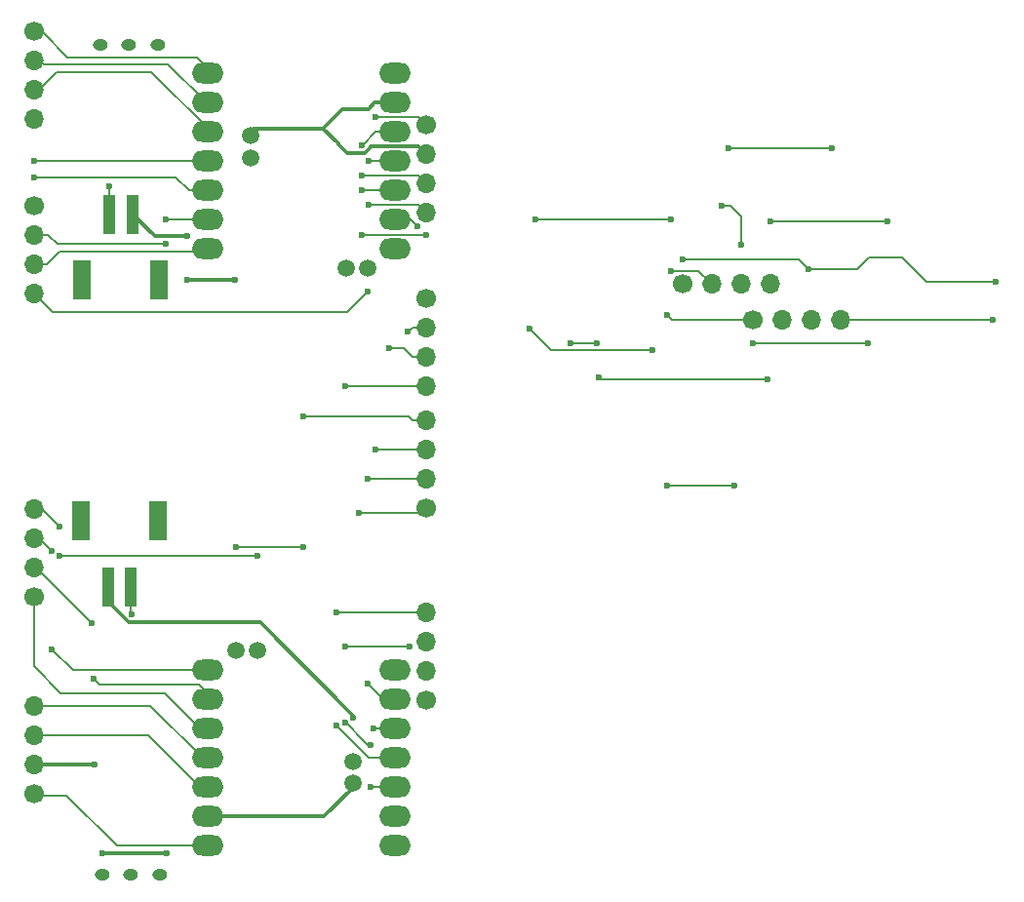
<source format=gbr>
G04 #@! TF.GenerationSoftware,KiCad,Pcbnew,9.0.0*
G04 #@! TF.CreationDate,2025-03-30T22:48:21+09:00*
G04 #@! TF.ProjectId,nofy,6e6f6679-2e6b-4696-9361-645f70636258,rev?*
G04 #@! TF.SameCoordinates,Original*
G04 #@! TF.FileFunction,Copper,L1,Top*
G04 #@! TF.FilePolarity,Positive*
%FSLAX46Y46*%
G04 Gerber Fmt 4.6, Leading zero omitted, Abs format (unit mm)*
G04 Created by KiCad (PCBNEW 9.0.0) date 2025-03-30 22:48:21*
%MOMM*%
%LPD*%
G01*
G04 APERTURE LIST*
G04 #@! TA.AperFunction,ComponentPad*
%ADD10C,1.700000*%
G04 #@! TD*
G04 #@! TA.AperFunction,ComponentPad*
%ADD11O,1.700000X1.700000*%
G04 #@! TD*
G04 #@! TA.AperFunction,ComponentPad*
%ADD12O,2.750000X1.800000*%
G04 #@! TD*
G04 #@! TA.AperFunction,ComponentPad*
%ADD13C,1.500000*%
G04 #@! TD*
G04 #@! TA.AperFunction,ComponentPad*
%ADD14O,1.300000X1.000000*%
G04 #@! TD*
G04 #@! TA.AperFunction,SMDPad,CuDef*
%ADD15R,1.000000X3.500000*%
G04 #@! TD*
G04 #@! TA.AperFunction,SMDPad,CuDef*
%ADD16R,1.500000X3.400000*%
G04 #@! TD*
G04 #@! TA.AperFunction,ViaPad*
%ADD17C,0.600000*%
G04 #@! TD*
G04 #@! TA.AperFunction,Conductor*
%ADD18C,0.350000*%
G04 #@! TD*
G04 #@! TA.AperFunction,Conductor*
%ADD19C,0.200000*%
G04 #@! TD*
G04 #@! TA.AperFunction,Conductor*
%ADD20C,0.330000*%
G04 #@! TD*
G04 APERTURE END LIST*
D10*
X23585000Y-83785000D03*
D11*
X23585000Y-81245000D03*
X23585000Y-78705000D03*
X23585000Y-76165000D03*
D12*
X54905000Y-105365000D03*
X54905000Y-102825000D03*
X54905000Y-100285000D03*
X54905000Y-97745000D03*
X54905000Y-95205000D03*
X54905000Y-92665000D03*
X54905000Y-90125000D03*
X38665000Y-90125000D03*
X38665000Y-92665000D03*
X38665000Y-95205000D03*
X38665000Y-97745000D03*
X38665000Y-100285000D03*
X38665000Y-102825000D03*
X38665000Y-105365000D03*
D13*
X42949600Y-88433000D03*
X41070000Y-88433000D03*
X51230000Y-98062000D03*
X51230000Y-99967000D03*
D14*
X34485000Y-107895000D03*
X31985000Y-107895000D03*
X29485000Y-107895000D03*
D10*
X23603600Y-49776100D03*
D11*
X23603600Y-52316100D03*
X23603600Y-54856100D03*
X23603600Y-57396100D03*
D10*
X57585000Y-76045000D03*
D11*
X57585000Y-73505000D03*
X57585000Y-70965000D03*
X57585000Y-68425000D03*
D15*
X32096400Y-50532100D03*
X30096400Y-50532100D03*
D16*
X27746400Y-56282100D03*
X34446400Y-56282100D03*
D10*
X23585000Y-100845000D03*
D11*
X23585000Y-98305000D03*
X23585000Y-95765000D03*
X23585000Y-93225000D03*
D10*
X79860000Y-56603600D03*
D11*
X82400000Y-56603600D03*
X84940000Y-56603600D03*
X87480000Y-56603600D03*
D10*
X57603600Y-42771100D03*
D11*
X57603600Y-45311100D03*
X57603600Y-47851100D03*
X57603600Y-50391100D03*
D10*
X85950000Y-59753600D03*
D11*
X88490000Y-59753600D03*
X91030000Y-59753600D03*
X93570000Y-59753600D03*
D15*
X30000000Y-82925000D03*
X32000000Y-82925000D03*
D16*
X34350000Y-77175000D03*
X27650000Y-77175000D03*
D10*
X23603600Y-34631100D03*
D11*
X23603600Y-37171100D03*
X23603600Y-39711100D03*
X23603600Y-42251100D03*
D12*
X38683600Y-38331100D03*
X38683600Y-40871100D03*
X38683600Y-43411100D03*
X38683600Y-45951100D03*
X38683600Y-48491100D03*
X38683600Y-51031100D03*
X38683600Y-53571100D03*
X54923600Y-53571100D03*
X54923600Y-51031100D03*
X54923600Y-48491100D03*
X54923600Y-45951100D03*
X54923600Y-43411100D03*
X54923600Y-40871100D03*
X54923600Y-38331100D03*
D13*
X50639000Y-55263100D03*
X52518600Y-55263100D03*
X42358600Y-45634100D03*
X42358600Y-43729100D03*
D14*
X29303600Y-35821100D03*
X31803600Y-35821100D03*
X34303600Y-35821100D03*
D10*
X57603600Y-57831100D03*
D11*
X57603600Y-60371100D03*
X57603600Y-62911100D03*
X57603600Y-65451100D03*
D10*
X57585000Y-92745000D03*
D11*
X57585000Y-90205000D03*
X57585000Y-87665000D03*
X57585000Y-85125000D03*
D17*
X51280700Y-94258400D03*
X32019798Y-85265202D03*
X30100000Y-48100000D03*
X72460200Y-61761600D03*
X70163100Y-61761600D03*
X84336000Y-74097300D03*
X78550000Y-74097300D03*
X92827000Y-44814900D03*
X83876700Y-44814900D03*
X36852900Y-52475700D03*
X36852900Y-56226900D03*
X41016500Y-56226900D03*
X35123200Y-106010400D03*
X29485000Y-106010400D03*
X28800000Y-98305000D03*
X72561400Y-64747600D03*
X87220000Y-64914700D03*
X106771600Y-59753600D03*
X78891600Y-51014000D03*
X67131100Y-51014000D03*
X78891600Y-55451900D03*
X84950000Y-53166100D03*
X83250000Y-49800000D03*
X97700000Y-51161800D03*
X87480000Y-51161800D03*
X78490200Y-59320800D03*
X96002700Y-61708100D03*
X77267400Y-62364000D03*
X85950000Y-61708100D03*
X66600000Y-60500000D03*
X90848300Y-55300000D03*
X107100000Y-56413200D03*
X79860000Y-54424200D03*
X53246900Y-42118800D03*
X51998900Y-47221100D03*
X51998900Y-44522000D03*
X52641800Y-45951100D03*
X52641800Y-49761100D03*
X50600000Y-65450000D03*
X57603600Y-52322900D03*
X52019100Y-48491100D03*
X52019100Y-52322900D03*
X54423600Y-62151100D03*
X56827500Y-51577200D03*
X56043700Y-60696600D03*
X23603600Y-45951100D03*
X52518600Y-57250000D03*
X35051100Y-51031100D03*
X35051100Y-53152400D03*
X23603600Y-47340600D03*
X25126550Y-79744387D03*
X25133700Y-88334200D03*
X28547200Y-86050000D03*
X28750000Y-90900000D03*
X25755800Y-77700000D03*
X25755800Y-80238400D03*
X42949600Y-80238400D03*
X52755000Y-100285000D03*
X56195800Y-88039100D03*
X50605700Y-94700000D03*
X50604000Y-88039100D03*
X52755000Y-96600000D03*
X49803997Y-94900000D03*
X49850000Y-85150000D03*
X41070000Y-79447900D03*
X46981900Y-79447900D03*
X46981900Y-68090300D03*
X53228300Y-70950000D03*
X52530000Y-73523700D03*
X52530000Y-91300000D03*
X51750000Y-76485800D03*
X53026800Y-95205000D03*
D18*
X43193100Y-86000000D02*
X31800000Y-86000000D01*
X31800000Y-86000000D02*
X30000000Y-84200000D01*
X30000000Y-84200000D02*
X30000000Y-82925000D01*
X51280700Y-94258400D02*
X51280700Y-94087600D01*
X51280700Y-94087600D02*
X43193100Y-86000000D01*
D19*
X32000000Y-85245404D02*
X32000000Y-82925000D01*
X32019798Y-85265202D02*
X32000000Y-85245404D01*
X30096400Y-48103600D02*
X30096400Y-50532100D01*
X30100000Y-48100000D02*
X30096400Y-48103600D01*
X70163100Y-61761600D02*
X72460200Y-61761600D01*
X84336000Y-74097300D02*
X78550000Y-74097300D01*
X92827000Y-44814900D02*
X83876700Y-44814900D01*
D18*
X41016500Y-56226900D02*
X36852900Y-56226900D01*
X34040000Y-52475700D02*
X36852900Y-52475700D01*
X32096400Y-50532100D02*
X34040000Y-52475700D01*
X23585000Y-98305000D02*
X28800000Y-98305000D01*
X51230000Y-100356400D02*
X48761400Y-102825000D01*
X35123200Y-106010400D02*
X29485000Y-106010400D01*
X51230000Y-99967000D02*
X51230000Y-100356400D01*
X48761400Y-102825000D02*
X39165000Y-102825000D01*
D20*
X57603600Y-45311100D02*
X57573116Y-45311100D01*
X56946774Y-44684758D02*
X52792151Y-44684758D01*
D18*
X53171900Y-40871100D02*
X54423600Y-40871100D01*
X48650000Y-43092900D02*
X50326500Y-41416400D01*
X42358600Y-43729100D02*
X42358600Y-43351000D01*
X52278909Y-45198000D02*
X50721000Y-45198000D01*
X50721000Y-45198000D02*
X49973000Y-44450000D01*
D19*
X48692900Y-43092900D02*
X48650000Y-43092900D01*
D20*
X57573116Y-45311100D02*
X56946774Y-44684758D01*
D19*
X49973000Y-44450000D02*
X49973000Y-44415900D01*
D18*
X52776909Y-44700000D02*
X52278909Y-45198000D01*
X49973000Y-44415900D02*
X48650000Y-43092900D01*
X52626600Y-41416400D02*
X53171900Y-40871100D01*
X50326500Y-41416400D02*
X52626600Y-41416400D01*
X42358600Y-43351000D02*
X42616700Y-43092900D01*
X42616700Y-43092900D02*
X48650000Y-43092900D01*
D20*
X52792151Y-44684758D02*
X52776909Y-44700000D01*
D19*
X72561400Y-64747600D02*
X72728500Y-64914700D01*
X72728500Y-64914700D02*
X87220000Y-64914700D01*
X93570000Y-59753600D02*
X106771600Y-59753600D01*
X78891600Y-51014000D02*
X67131100Y-51014000D01*
X81248300Y-55451900D02*
X78891600Y-55451900D01*
X82400000Y-56603600D02*
X81248300Y-55451900D01*
X84950000Y-50700000D02*
X84950000Y-53166100D01*
X83250000Y-49800000D02*
X84050000Y-49800000D01*
X84050000Y-49800000D02*
X84950000Y-50700000D01*
X97700000Y-51161800D02*
X87480000Y-51161800D01*
X85950000Y-59753600D02*
X78923000Y-59753600D01*
X78923000Y-59753600D02*
X78490200Y-59320800D01*
X77267400Y-62364000D02*
X68464000Y-62364000D01*
X96002700Y-61708100D02*
X85950000Y-61708100D01*
X68464000Y-62364000D02*
X66600000Y-60500000D01*
X95060200Y-55300000D02*
X90848300Y-55300000D01*
X89972500Y-54424200D02*
X79860000Y-54424200D01*
X107100000Y-56413200D02*
X101013200Y-56413200D01*
X90848300Y-55300000D02*
X89972500Y-54424200D01*
X101013200Y-56413200D02*
X98901900Y-54301900D01*
X79860000Y-56603600D02*
X79669600Y-56413200D01*
X96058300Y-54301900D02*
X95060200Y-55300000D01*
X98901900Y-54301900D02*
X96058300Y-54301900D01*
X56951300Y-42118800D02*
X53246900Y-42118800D01*
X57603600Y-42771100D02*
X56951300Y-42118800D01*
X53246900Y-43411100D02*
X52136000Y-44522000D01*
X54423600Y-43411100D02*
X53246900Y-43411100D01*
X51998900Y-47221100D02*
X56973600Y-47221100D01*
X56973600Y-47221100D02*
X57603600Y-47851100D01*
X52136000Y-44522000D02*
X51998900Y-44522000D01*
X57603600Y-50391100D02*
X56973600Y-49761100D01*
X54423600Y-45951100D02*
X53246900Y-45951100D01*
X56973600Y-49761100D02*
X52641800Y-49761100D01*
X53246900Y-45951100D02*
X52641800Y-45951100D01*
X50986800Y-65450000D02*
X50987900Y-65451100D01*
X50987900Y-65451100D02*
X57603600Y-65451100D01*
X50600000Y-65450000D02*
X50986800Y-65450000D01*
X52019100Y-52322900D02*
X57603600Y-52322900D01*
X53246900Y-48491100D02*
X52019100Y-48491100D01*
X54423600Y-48491100D02*
X53246900Y-48491100D01*
X56451900Y-62911100D02*
X55691900Y-62151100D01*
X57603600Y-62911100D02*
X56451900Y-62911100D01*
X55691900Y-62151100D02*
X54423600Y-62151100D01*
X56126400Y-60696600D02*
X56043700Y-60696600D01*
X57603600Y-60371100D02*
X56451900Y-60371100D01*
X54423600Y-51031100D02*
X56281400Y-51031100D01*
X56281400Y-51031100D02*
X56827500Y-51577200D01*
X56451900Y-60371100D02*
X56126400Y-60696600D01*
X38571100Y-40871100D02*
X35200000Y-37500000D01*
X35200000Y-37500000D02*
X24400000Y-37500000D01*
X24400000Y-37500000D02*
X24071100Y-37171100D01*
X39183600Y-40871100D02*
X38571100Y-40871100D01*
X24071100Y-37171100D02*
X23603600Y-37171100D01*
X24326000Y-34776000D02*
X23748500Y-34776000D01*
X26450000Y-36900000D02*
X24326000Y-34776000D01*
X39183600Y-38331100D02*
X37752500Y-36900000D01*
X37752500Y-36900000D02*
X26450000Y-36900000D01*
X23748500Y-34776000D02*
X23603600Y-34631100D01*
X24011100Y-39711100D02*
X23603600Y-39711100D01*
X25522200Y-38200000D02*
X24011100Y-39711100D01*
X33750000Y-38200000D02*
X25522200Y-38200000D01*
X38961100Y-43411100D02*
X33750000Y-38200000D01*
X39183600Y-43411100D02*
X38961100Y-43411100D01*
X39183600Y-45951100D02*
X23603600Y-45951100D01*
X23603600Y-57396100D02*
X25207500Y-59000000D01*
X50768600Y-59000000D02*
X52518600Y-57250000D01*
X25207500Y-59000000D02*
X50768600Y-59000000D01*
X39183600Y-53571100D02*
X39000600Y-53754100D01*
X25804000Y-53754100D02*
X24702000Y-54856100D01*
X39000600Y-53754100D02*
X25804000Y-53754100D01*
X24702000Y-54856100D02*
X23603600Y-54856100D01*
X35051100Y-53152400D02*
X25591600Y-53152400D01*
X39183600Y-51031100D02*
X35051100Y-51031100D01*
X25591600Y-53152400D02*
X24755300Y-52316100D01*
X23603600Y-52316100D02*
X24755300Y-52316100D01*
X35856400Y-47340600D02*
X23603600Y-47340600D01*
X39183600Y-48491100D02*
X37006900Y-48491100D01*
X37006900Y-48491100D02*
X35856400Y-47340600D01*
X33465000Y-95765000D02*
X37985000Y-100285000D01*
X23585000Y-95765000D02*
X33465000Y-95765000D01*
X37985000Y-100285000D02*
X39165000Y-100285000D01*
X33675000Y-93225000D02*
X38195000Y-97745000D01*
X38195000Y-97745000D02*
X39165000Y-97745000D01*
X23585000Y-93225000D02*
X33675000Y-93225000D01*
X39165000Y-105365000D02*
X30765000Y-105365000D01*
X30765000Y-105365000D02*
X26400000Y-101000000D01*
X23740000Y-101000000D02*
X23585000Y-100845000D01*
X26400000Y-101000000D02*
X23740000Y-101000000D01*
X24005000Y-78705000D02*
X23585000Y-78705000D01*
X24902137Y-79602137D02*
X24005000Y-78705000D01*
X25126550Y-79744387D02*
X24984300Y-79602137D01*
X24984300Y-79602137D02*
X24902137Y-79602137D01*
X39140000Y-90150000D02*
X26949500Y-90150000D01*
X39165000Y-90125000D02*
X39140000Y-90150000D01*
X26949500Y-90150000D02*
X25133700Y-88334200D01*
X38005000Y-95205000D02*
X34900000Y-92100000D01*
X23600000Y-83800000D02*
X23585000Y-83785000D01*
X23585000Y-89785000D02*
X23585000Y-83785000D01*
X34900000Y-92100000D02*
X25900000Y-92100000D01*
X39165000Y-95205000D02*
X38005000Y-95205000D01*
X25900000Y-92100000D02*
X23585000Y-89785000D01*
X23742200Y-81245000D02*
X23585000Y-81245000D01*
X28750000Y-90900000D02*
X29250000Y-91400000D01*
X37900000Y-91400000D02*
X39165000Y-92665000D01*
X29250000Y-91400000D02*
X37900000Y-91400000D01*
X28547200Y-86050000D02*
X23742200Y-81245000D01*
X25755800Y-77700000D02*
X24220800Y-76165000D01*
X24220800Y-76165000D02*
X23585000Y-76165000D01*
X25755800Y-80238400D02*
X42949600Y-80238400D01*
X52550000Y-96600000D02*
X52199100Y-96249100D01*
X52199100Y-96249100D02*
X50650000Y-94700000D01*
X56195800Y-88039100D02*
X50604000Y-88039100D01*
X50650000Y-94700000D02*
X50605700Y-94700000D01*
X52755000Y-96600000D02*
X52550000Y-96600000D01*
X54405000Y-100285000D02*
X52755000Y-100285000D01*
X50100100Y-85125000D02*
X57585000Y-85125000D01*
X50075100Y-85150000D02*
X50100100Y-85125000D01*
X49803997Y-94900000D02*
X52648997Y-97745000D01*
X52648997Y-97745000D02*
X54405000Y-97745000D01*
X49850000Y-85150000D02*
X50075100Y-85150000D01*
X46981900Y-79447900D02*
X41070000Y-79447900D01*
X46981900Y-68090300D02*
X56098600Y-68090300D01*
X56098600Y-68090300D02*
X56433300Y-68425000D01*
X57585000Y-68425000D02*
X56433300Y-68425000D01*
X53228300Y-70950000D02*
X57570000Y-70950000D01*
X57570000Y-70950000D02*
X57585000Y-70965000D01*
X52530000Y-91300000D02*
X52530000Y-91330000D01*
X52530000Y-91330000D02*
X53865000Y-92665000D01*
X53865000Y-92665000D02*
X54405000Y-92665000D01*
X56414600Y-73523700D02*
X52530000Y-73523700D01*
X57585000Y-73505000D02*
X56433300Y-73505000D01*
X56433300Y-73505000D02*
X56414600Y-73523700D01*
X51750000Y-76485800D02*
X57144200Y-76485800D01*
X57144200Y-76485800D02*
X57585000Y-76045000D01*
X54405000Y-95205000D02*
X53026800Y-95205000D01*
M02*

</source>
